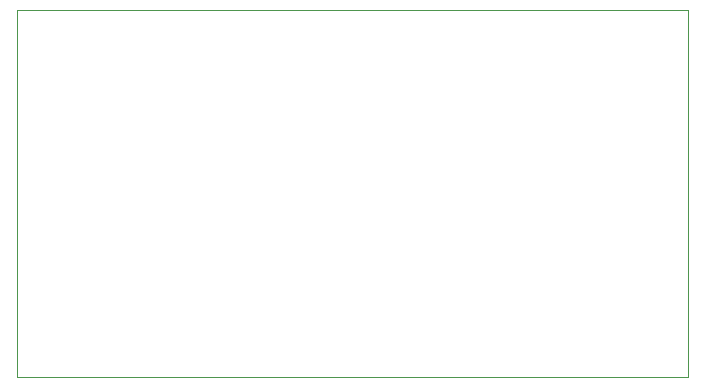
<source format=gbr>
%TF.GenerationSoftware,KiCad,Pcbnew,(6.0.7)*%
%TF.CreationDate,2023-01-02T03:09:55+00:00*%
%TF.ProjectId,CPC-40007AdapterLM1117,4350432d-3430-4303-9037-416461707465,rev?*%
%TF.SameCoordinates,Original*%
%TF.FileFunction,Profile,NP*%
%FSLAX46Y46*%
G04 Gerber Fmt 4.6, Leading zero omitted, Abs format (unit mm)*
G04 Created by KiCad (PCBNEW (6.0.7)) date 2023-01-02 03:09:55*
%MOMM*%
%LPD*%
G01*
G04 APERTURE LIST*
%TA.AperFunction,Profile*%
%ADD10C,0.100000*%
%TD*%
G04 APERTURE END LIST*
D10*
X139500000Y-47000000D02*
X139500000Y-15900000D01*
X139500000Y-15900000D02*
X196291200Y-15900000D01*
X196291200Y-15900000D02*
X196291200Y-47000000D01*
X196291200Y-47000000D02*
X139500000Y-47000000D01*
M02*

</source>
